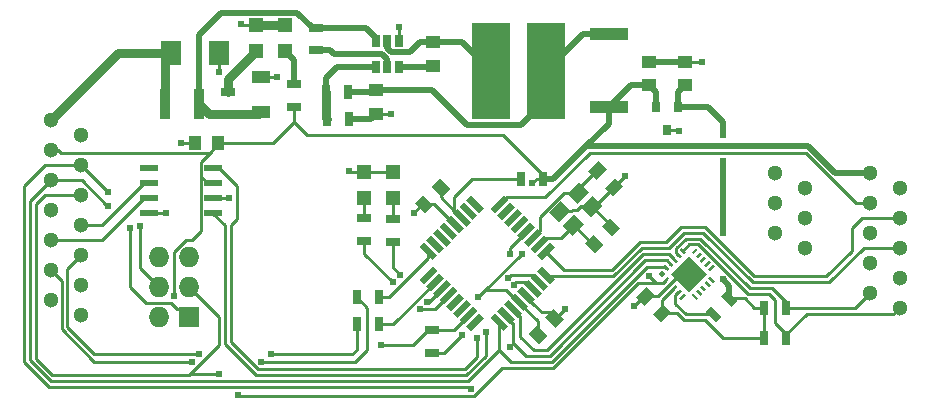
<source format=gbr>
G04 #@! TF.FileFunction,Copper,L1,Top,Signal*
%FSLAX46Y46*%
G04 Gerber Fmt 4.6, Leading zero omitted, Abs format (unit mm)*
G04 Created by KiCad (PCBNEW 4.0.7-e2-6376~58~ubuntu16.04.1) date Fri Jan 19 22:13:33 2018*
%MOMM*%
%LPD*%
G01*
G04 APERTURE LIST*
%ADD10C,0.100000*%
%ADD11C,1.300000*%
%ADD12R,1.727200X1.727200*%
%ADD13O,1.727200X1.727200*%
%ADD14R,1.600000X1.000000*%
%ADD15R,1.000000X1.250000*%
%ADD16R,1.250000X1.000000*%
%ADD17R,1.778000X2.159000*%
%ADD18R,1.200000X1.200000*%
%ADD19R,0.900000X2.500000*%
%ADD20R,3.300000X8.200000*%
%ADD21R,0.700000X1.300000*%
%ADD22R,1.300000X0.700000*%
%ADD23R,3.200000X1.000000*%
%ADD24R,1.550000X0.600000*%
%ADD25R,0.650000X1.060000*%
%ADD26R,0.800000X0.900000*%
%ADD27C,0.609600*%
%ADD28C,0.254000*%
%ADD29C,0.508000*%
%ADD30C,0.762000*%
G04 APERTURE END LIST*
D10*
G36*
X174603602Y-66023719D02*
X173719719Y-66907602D01*
X173012612Y-66200495D01*
X173896495Y-65316612D01*
X174603602Y-66023719D01*
X174603602Y-66023719D01*
G37*
G36*
X173189388Y-64609505D02*
X172305505Y-65493388D01*
X171598398Y-64786281D01*
X172482281Y-63902398D01*
X173189388Y-64609505D01*
X173189388Y-64609505D01*
G37*
D11*
X122047000Y-54864000D03*
X122047000Y-52324000D03*
X122047000Y-49784000D03*
X122047000Y-57404000D03*
X124587000Y-51054000D03*
X124587000Y-53594000D03*
X124587000Y-56134000D03*
X124587000Y-58674000D03*
X122047000Y-59944000D03*
X124587000Y-61214000D03*
X122047000Y-62484000D03*
X124587000Y-63754000D03*
X122047000Y-65024000D03*
X124587000Y-66294000D03*
X191389000Y-59309000D03*
X191389000Y-56769000D03*
X191389000Y-54229000D03*
X191389000Y-61849000D03*
X193929000Y-55499000D03*
X193929000Y-58039000D03*
X193929000Y-60579000D03*
X193929000Y-63119000D03*
X191389000Y-64389000D03*
X193929000Y-65659000D03*
D12*
X133731000Y-66421000D03*
D13*
X131191000Y-66421000D03*
X133731000Y-63881000D03*
X131191000Y-63881000D03*
X133731000Y-61341000D03*
X131191000Y-61341000D03*
D10*
G36*
X163393174Y-68757709D02*
X162509291Y-67873826D01*
X163216398Y-67166719D01*
X164100281Y-68050602D01*
X163393174Y-68757709D01*
X163393174Y-68757709D01*
G37*
G36*
X164807388Y-67343495D02*
X163923505Y-66459612D01*
X164630612Y-65752505D01*
X165514495Y-66636388D01*
X164807388Y-67343495D01*
X164807388Y-67343495D01*
G37*
G36*
X154978612Y-54703505D02*
X155862495Y-55587388D01*
X155155388Y-56294495D01*
X154271505Y-55410612D01*
X154978612Y-54703505D01*
X154978612Y-54703505D01*
G37*
G36*
X153564398Y-56117719D02*
X154448281Y-57001602D01*
X153741174Y-57708709D01*
X152857291Y-56824826D01*
X153564398Y-56117719D01*
X153564398Y-56117719D01*
G37*
D14*
X139827000Y-49101000D03*
X139827000Y-46101000D03*
D15*
X136255000Y-51689000D03*
X134255000Y-51689000D03*
D16*
X154432000Y-45180000D03*
X154432000Y-43180000D03*
X149606000Y-47260000D03*
X149606000Y-49260000D03*
D10*
G36*
X167534398Y-54118281D02*
X168418281Y-53234398D01*
X169125388Y-53941505D01*
X168241505Y-54825388D01*
X167534398Y-54118281D01*
X167534398Y-54118281D01*
G37*
G36*
X168948612Y-55532495D02*
X169832495Y-54648612D01*
X170539602Y-55355719D01*
X169655719Y-56239602D01*
X168948612Y-55532495D01*
X168948612Y-55532495D01*
G37*
G36*
X168164281Y-61065602D02*
X167280398Y-60181719D01*
X167987505Y-59474612D01*
X168871388Y-60358495D01*
X168164281Y-61065602D01*
X168164281Y-61065602D01*
G37*
G36*
X169578495Y-59651388D02*
X168694612Y-58767505D01*
X169401719Y-58060398D01*
X170285602Y-58944281D01*
X169578495Y-59651388D01*
X169578495Y-59651388D01*
G37*
D16*
X172738166Y-46816238D03*
X172738166Y-44816238D03*
X175786166Y-46816238D03*
X175786166Y-44816238D03*
D17*
X136271000Y-44069000D03*
X132207000Y-44069000D03*
D18*
X139446000Y-43899000D03*
X139446000Y-41699000D03*
X141859000Y-43899000D03*
X141859000Y-41699000D03*
X151003000Y-56345000D03*
X151003000Y-54145000D03*
X148590000Y-56345000D03*
X148590000Y-54145000D03*
D19*
X131699000Y-48387000D03*
X134599000Y-48387000D03*
D10*
G36*
X160787121Y-67249066D02*
X160398212Y-67637975D01*
X159266841Y-66506604D01*
X159655750Y-66117695D01*
X160787121Y-67249066D01*
X160787121Y-67249066D01*
G37*
G36*
X161352806Y-66683380D02*
X160963897Y-67072289D01*
X159832526Y-65940918D01*
X160221435Y-65552009D01*
X161352806Y-66683380D01*
X161352806Y-66683380D01*
G37*
G36*
X161918492Y-66117695D02*
X161529583Y-66506604D01*
X160398212Y-65375233D01*
X160787121Y-64986324D01*
X161918492Y-66117695D01*
X161918492Y-66117695D01*
G37*
G36*
X162484177Y-65552010D02*
X162095268Y-65940919D01*
X160963897Y-64809548D01*
X161352806Y-64420639D01*
X162484177Y-65552010D01*
X162484177Y-65552010D01*
G37*
G36*
X163049863Y-64986324D02*
X162660954Y-65375233D01*
X161529583Y-64243862D01*
X161918492Y-63854953D01*
X163049863Y-64986324D01*
X163049863Y-64986324D01*
G37*
G36*
X163615548Y-64420639D02*
X163226639Y-64809548D01*
X162095268Y-63678177D01*
X162484177Y-63289268D01*
X163615548Y-64420639D01*
X163615548Y-64420639D01*
G37*
G36*
X164181233Y-63854953D02*
X163792324Y-64243862D01*
X162660953Y-63112491D01*
X163049862Y-62723582D01*
X164181233Y-63854953D01*
X164181233Y-63854953D01*
G37*
G36*
X164746919Y-63289268D02*
X164358010Y-63678177D01*
X163226639Y-62546806D01*
X163615548Y-62157897D01*
X164746919Y-63289268D01*
X164746919Y-63289268D01*
G37*
G36*
X164358010Y-60107287D02*
X164746919Y-60496196D01*
X163615548Y-61627567D01*
X163226639Y-61238658D01*
X164358010Y-60107287D01*
X164358010Y-60107287D01*
G37*
G36*
X163792324Y-59541602D02*
X164181233Y-59930511D01*
X163049862Y-61061882D01*
X162660953Y-60672973D01*
X163792324Y-59541602D01*
X163792324Y-59541602D01*
G37*
G36*
X163226639Y-58975916D02*
X163615548Y-59364825D01*
X162484177Y-60496196D01*
X162095268Y-60107287D01*
X163226639Y-58975916D01*
X163226639Y-58975916D01*
G37*
G36*
X162660954Y-58410231D02*
X163049863Y-58799140D01*
X161918492Y-59930511D01*
X161529583Y-59541602D01*
X162660954Y-58410231D01*
X162660954Y-58410231D01*
G37*
G36*
X162095268Y-57844545D02*
X162484177Y-58233454D01*
X161352806Y-59364825D01*
X160963897Y-58975916D01*
X162095268Y-57844545D01*
X162095268Y-57844545D01*
G37*
G36*
X161529583Y-57278860D02*
X161918492Y-57667769D01*
X160787121Y-58799140D01*
X160398212Y-58410231D01*
X161529583Y-57278860D01*
X161529583Y-57278860D01*
G37*
G36*
X160963897Y-56713175D02*
X161352806Y-57102084D01*
X160221435Y-58233455D01*
X159832526Y-57844546D01*
X160963897Y-56713175D01*
X160963897Y-56713175D01*
G37*
G36*
X160398212Y-56147489D02*
X160787121Y-56536398D01*
X159655750Y-57667769D01*
X159266841Y-57278860D01*
X160398212Y-56147489D01*
X160398212Y-56147489D01*
G37*
G36*
X158736511Y-57278860D02*
X158347602Y-57667769D01*
X157216231Y-56536398D01*
X157605140Y-56147489D01*
X158736511Y-57278860D01*
X158736511Y-57278860D01*
G37*
G36*
X158170826Y-57844546D02*
X157781917Y-58233455D01*
X156650546Y-57102084D01*
X157039455Y-56713175D01*
X158170826Y-57844546D01*
X158170826Y-57844546D01*
G37*
G36*
X157605140Y-58410231D02*
X157216231Y-58799140D01*
X156084860Y-57667769D01*
X156473769Y-57278860D01*
X157605140Y-58410231D01*
X157605140Y-58410231D01*
G37*
G36*
X157039455Y-58975916D02*
X156650546Y-59364825D01*
X155519175Y-58233454D01*
X155908084Y-57844545D01*
X157039455Y-58975916D01*
X157039455Y-58975916D01*
G37*
G36*
X156473769Y-59541602D02*
X156084860Y-59930511D01*
X154953489Y-58799140D01*
X155342398Y-58410231D01*
X156473769Y-59541602D01*
X156473769Y-59541602D01*
G37*
G36*
X155908084Y-60107287D02*
X155519175Y-60496196D01*
X154387804Y-59364825D01*
X154776713Y-58975916D01*
X155908084Y-60107287D01*
X155908084Y-60107287D01*
G37*
G36*
X155342399Y-60672973D02*
X154953490Y-61061882D01*
X153822119Y-59930511D01*
X154211028Y-59541602D01*
X155342399Y-60672973D01*
X155342399Y-60672973D01*
G37*
G36*
X154776713Y-61238658D02*
X154387804Y-61627567D01*
X153256433Y-60496196D01*
X153645342Y-60107287D01*
X154776713Y-61238658D01*
X154776713Y-61238658D01*
G37*
G36*
X154387804Y-62157897D02*
X154776713Y-62546806D01*
X153645342Y-63678177D01*
X153256433Y-63289268D01*
X154387804Y-62157897D01*
X154387804Y-62157897D01*
G37*
G36*
X154953490Y-62723582D02*
X155342399Y-63112491D01*
X154211028Y-64243862D01*
X153822119Y-63854953D01*
X154953490Y-62723582D01*
X154953490Y-62723582D01*
G37*
G36*
X155519175Y-63289268D02*
X155908084Y-63678177D01*
X154776713Y-64809548D01*
X154387804Y-64420639D01*
X155519175Y-63289268D01*
X155519175Y-63289268D01*
G37*
G36*
X156084860Y-63854953D02*
X156473769Y-64243862D01*
X155342398Y-65375233D01*
X154953489Y-64986324D01*
X156084860Y-63854953D01*
X156084860Y-63854953D01*
G37*
G36*
X156650546Y-64420639D02*
X157039455Y-64809548D01*
X155908084Y-65940919D01*
X155519175Y-65552010D01*
X156650546Y-64420639D01*
X156650546Y-64420639D01*
G37*
G36*
X157216231Y-64986324D02*
X157605140Y-65375233D01*
X156473769Y-66506604D01*
X156084860Y-66117695D01*
X157216231Y-64986324D01*
X157216231Y-64986324D01*
G37*
G36*
X157781917Y-65552009D02*
X158170826Y-65940918D01*
X157039455Y-67072289D01*
X156650546Y-66683380D01*
X157781917Y-65552009D01*
X157781917Y-65552009D01*
G37*
G36*
X158347602Y-66117695D02*
X158736511Y-66506604D01*
X157605140Y-67637975D01*
X157216231Y-67249066D01*
X158347602Y-66117695D01*
X158347602Y-66117695D01*
G37*
D20*
X159321000Y-45593000D03*
X164021000Y-45593000D03*
D21*
X163764000Y-54737000D03*
X161864000Y-54737000D03*
D22*
X144526000Y-41976000D03*
X144526000Y-43876000D03*
D21*
X145415000Y-49657000D03*
X147315000Y-49657000D03*
X145354000Y-47371000D03*
X147254000Y-47371000D03*
D23*
X169291000Y-48693000D03*
X169291000Y-42493000D03*
D22*
X142621000Y-48636000D03*
X142621000Y-46736000D03*
D21*
X147960000Y-64770000D03*
X149860000Y-64770000D03*
X147960000Y-67056000D03*
X149860000Y-67056000D03*
D22*
X154305000Y-69464000D03*
X154305000Y-67564000D03*
X151003000Y-58171000D03*
X151003000Y-60071000D03*
X148590000Y-58105000D03*
X148590000Y-60005000D03*
D10*
G36*
X179275619Y-64153142D02*
X180194858Y-65072381D01*
X179699883Y-65567356D01*
X178780644Y-64648117D01*
X179275619Y-64153142D01*
X179275619Y-64153142D01*
G37*
G36*
X177932117Y-65496644D02*
X178851356Y-66415883D01*
X178356381Y-66910858D01*
X177437142Y-65991619D01*
X177932117Y-65496644D01*
X177932117Y-65496644D01*
G37*
D21*
X182446962Y-68199000D03*
X184346962Y-68199000D03*
X182438000Y-65659000D03*
X184338000Y-65659000D03*
D24*
X135796000Y-57658000D03*
X135796000Y-56388000D03*
X135796000Y-55118000D03*
X135796000Y-53848000D03*
X130396000Y-53848000D03*
X130396000Y-55118000D03*
X130396000Y-56388000D03*
X130396000Y-57658000D03*
D25*
X151511000Y-43053000D03*
X150561000Y-43053000D03*
X149611000Y-43053000D03*
X149611000Y-45253000D03*
X151511000Y-45253000D03*
X150561000Y-45253000D03*
D10*
G36*
X174030096Y-63573729D02*
X173867461Y-63411094D01*
X174256370Y-63022185D01*
X174419005Y-63184820D01*
X174030096Y-63573729D01*
X174030096Y-63573729D01*
G37*
G36*
X174383649Y-63927283D02*
X174221014Y-63764648D01*
X174609923Y-63375739D01*
X174772558Y-63538374D01*
X174383649Y-63927283D01*
X174383649Y-63927283D01*
G37*
G36*
X174737203Y-64280836D02*
X174574568Y-64118201D01*
X174963477Y-63729292D01*
X175126112Y-63891927D01*
X174737203Y-64280836D01*
X174737203Y-64280836D01*
G37*
G36*
X175090756Y-64634390D02*
X174928121Y-64471755D01*
X175317030Y-64082846D01*
X175479665Y-64245481D01*
X175090756Y-64634390D01*
X175090756Y-64634390D01*
G37*
G36*
X175444310Y-64987943D02*
X175281675Y-64825308D01*
X175670584Y-64436399D01*
X175833219Y-64599034D01*
X175444310Y-64987943D01*
X175444310Y-64987943D01*
G37*
G36*
X176695888Y-64987943D02*
X176306979Y-64599034D01*
X176469614Y-64436399D01*
X176858523Y-64825308D01*
X176695888Y-64987943D01*
X176695888Y-64987943D01*
G37*
G36*
X177049442Y-64634390D02*
X176660533Y-64245481D01*
X176823168Y-64082846D01*
X177212077Y-64471755D01*
X177049442Y-64634390D01*
X177049442Y-64634390D01*
G37*
G36*
X177402995Y-64280836D02*
X177014086Y-63891927D01*
X177176721Y-63729292D01*
X177565630Y-64118201D01*
X177402995Y-64280836D01*
X177402995Y-64280836D01*
G37*
G36*
X177756549Y-63927283D02*
X177367640Y-63538374D01*
X177530275Y-63375739D01*
X177919184Y-63764648D01*
X177756549Y-63927283D01*
X177756549Y-63927283D01*
G37*
G36*
X178110102Y-63573729D02*
X177721193Y-63184820D01*
X177883828Y-63022185D01*
X178272737Y-63411094D01*
X178110102Y-63573729D01*
X178110102Y-63573729D01*
G37*
G36*
X177883828Y-62548425D02*
X177721193Y-62385790D01*
X178110102Y-61996881D01*
X178272737Y-62159516D01*
X177883828Y-62548425D01*
X177883828Y-62548425D01*
G37*
G36*
X177530275Y-62194871D02*
X177367640Y-62032236D01*
X177756549Y-61643327D01*
X177919184Y-61805962D01*
X177530275Y-62194871D01*
X177530275Y-62194871D01*
G37*
G36*
X177176721Y-61841318D02*
X177014086Y-61678683D01*
X177402995Y-61289774D01*
X177565630Y-61452409D01*
X177176721Y-61841318D01*
X177176721Y-61841318D01*
G37*
G36*
X176823168Y-61487764D02*
X176660533Y-61325129D01*
X177049442Y-60936220D01*
X177212077Y-61098855D01*
X176823168Y-61487764D01*
X176823168Y-61487764D01*
G37*
G36*
X176469614Y-61134211D02*
X176306979Y-60971576D01*
X176695888Y-60582667D01*
X176858523Y-60745302D01*
X176469614Y-61134211D01*
X176469614Y-61134211D01*
G37*
G36*
X175670584Y-61134211D02*
X175281675Y-60745302D01*
X175444310Y-60582667D01*
X175833219Y-60971576D01*
X175670584Y-61134211D01*
X175670584Y-61134211D01*
G37*
G36*
X175317030Y-61487764D02*
X174928121Y-61098855D01*
X175090756Y-60936220D01*
X175479665Y-61325129D01*
X175317030Y-61487764D01*
X175317030Y-61487764D01*
G37*
G36*
X174963477Y-61841318D02*
X174574568Y-61452409D01*
X174737203Y-61289774D01*
X175126112Y-61678683D01*
X174963477Y-61841318D01*
X174963477Y-61841318D01*
G37*
G36*
X174609923Y-62194871D02*
X174221014Y-61805962D01*
X174383649Y-61643327D01*
X174772558Y-62032236D01*
X174609923Y-62194871D01*
X174609923Y-62194871D01*
G37*
G36*
X174256370Y-62548425D02*
X173867461Y-62159516D01*
X174030096Y-61996881D01*
X174419005Y-62385790D01*
X174256370Y-62548425D01*
X174256370Y-62548425D01*
G37*
G36*
X176070099Y-64305585D02*
X174549819Y-62785305D01*
X176070099Y-61265025D01*
X177590379Y-62785305D01*
X176070099Y-64305585D01*
X176070099Y-64305585D01*
G37*
G36*
X173803822Y-63092896D02*
X173496231Y-62785305D01*
X173803822Y-62477714D01*
X174111413Y-62785305D01*
X173803822Y-63092896D01*
X173803822Y-63092896D01*
G37*
G36*
X166807757Y-55039380D02*
X167656285Y-55887908D01*
X166666335Y-56877858D01*
X165817807Y-56029330D01*
X166807757Y-55039380D01*
X166807757Y-55039380D01*
G37*
G36*
X165252122Y-56595015D02*
X166100650Y-57443543D01*
X165110700Y-58433493D01*
X164262172Y-57584965D01*
X165252122Y-56595015D01*
X165252122Y-56595015D01*
G37*
G36*
X166383493Y-57726386D02*
X167232021Y-58574914D01*
X166242071Y-59564864D01*
X165393543Y-58716336D01*
X166383493Y-57726386D01*
X166383493Y-57726386D01*
G37*
G36*
X167939128Y-56170751D02*
X168787656Y-57019279D01*
X167797706Y-58009229D01*
X166949178Y-57160701D01*
X167939128Y-56170751D01*
X167939128Y-56170751D01*
G37*
D22*
X137033000Y-49271000D03*
X137033000Y-47371000D03*
D26*
X175194000Y-48657000D03*
X173294000Y-48657000D03*
X174244000Y-50657000D03*
D11*
X183388000Y-59309000D03*
X183388000Y-56769000D03*
X183388000Y-54229000D03*
X185928000Y-55499000D03*
X185928000Y-58039000D03*
X185928000Y-60579000D03*
D27*
X132461000Y-64643000D03*
X162814000Y-55118000D03*
X161925000Y-61087000D03*
X158242000Y-64770000D03*
X156845000Y-67945000D03*
X131826000Y-57658000D03*
X133096000Y-51689000D03*
X137160000Y-56388000D03*
X147320000Y-54102000D03*
X175260000Y-50673000D03*
X177165000Y-44831000D03*
X151511000Y-41910000D03*
X150876000Y-49276000D03*
X152781000Y-57658000D03*
X165608000Y-65786000D03*
X170688000Y-54483000D03*
X171450000Y-65532000D03*
X141224000Y-46101000D03*
X138176000Y-41656000D03*
X136271000Y-45720000D03*
X178943000Y-51054000D03*
X178943000Y-53213000D03*
X178943000Y-59309000D03*
X178943000Y-63246000D03*
X128778000Y-58928000D03*
X126873000Y-57023000D03*
X129603500Y-58737500D03*
X126873000Y-55880000D03*
X157607000Y-72517000D03*
X160909000Y-68961000D03*
X161290000Y-63754000D03*
X158877000Y-67691000D03*
X160782000Y-63119000D03*
X158115000Y-68199000D03*
X160909000Y-61087000D03*
X172720000Y-62992000D03*
X136271000Y-71247000D03*
X137922000Y-73025000D03*
X153924000Y-65151000D03*
X151638000Y-62865000D03*
X153289000Y-65786000D03*
X151003000Y-63500000D03*
X149987000Y-68834000D03*
X134620000Y-69596000D03*
X140716000Y-69596000D03*
X133985000Y-70231000D03*
X139827000Y-70231000D03*
D28*
X160381000Y-51054000D02*
X143764000Y-51054000D01*
X143764000Y-51054000D02*
X142621000Y-49911000D01*
X163764000Y-54737000D02*
X163764000Y-54437000D01*
X163764000Y-54437000D02*
X160381000Y-51054000D01*
X133477000Y-59944000D02*
X132461000Y-60960000D01*
X132461000Y-60960000D02*
X132461000Y-64643000D01*
X133985000Y-59944000D02*
X133477000Y-59944000D01*
X134741599Y-59187401D02*
X133985000Y-59944000D01*
X134741599Y-54538599D02*
X134741599Y-59187401D01*
X136255000Y-51689000D02*
X140843000Y-51689000D01*
X140843000Y-51689000D02*
X142621000Y-49911000D01*
X142621000Y-49911000D02*
X142621000Y-49240000D01*
X142621000Y-49240000D02*
X142621000Y-48636000D01*
X135618000Y-52451000D02*
X135475599Y-52593401D01*
X135475599Y-52593401D02*
X122920599Y-52593401D01*
X122920599Y-52593401D02*
X122651198Y-52324000D01*
X122651198Y-52324000D02*
X122047000Y-52324000D01*
X135618000Y-52451000D02*
X134741599Y-53327401D01*
X136255000Y-51814000D02*
X135618000Y-52451000D01*
X136255000Y-51689000D02*
X136255000Y-51814000D01*
X134741599Y-53327401D02*
X134741599Y-54538599D01*
X163195000Y-54737000D02*
X163764000Y-54737000D01*
X162814000Y-55118000D02*
X163195000Y-54737000D01*
X158750000Y-64262000D02*
X158877000Y-64135000D01*
X158242000Y-64770000D02*
X158750000Y-64262000D01*
X158750000Y-64262000D02*
X161925000Y-61087000D01*
X158877000Y-64135000D02*
X160622897Y-64135000D01*
X160622897Y-64135000D02*
X161726361Y-65238464D01*
X154305000Y-69464000D02*
X155326000Y-69464000D01*
X155326000Y-69464000D02*
X156845000Y-67945000D01*
D29*
X164622000Y-54737000D02*
X167386000Y-51973000D01*
X167386000Y-51973000D02*
X169291000Y-50068000D01*
X188468000Y-54229000D02*
X186212000Y-51973000D01*
X186212000Y-51973000D02*
X167386000Y-51973000D01*
X191389000Y-54229000D02*
X188468000Y-54229000D01*
X163764000Y-54737000D02*
X164622000Y-54737000D01*
X169291000Y-50068000D02*
X169291000Y-49701000D01*
X169291000Y-49701000D02*
X169291000Y-48693000D01*
D28*
X135796000Y-55118000D02*
X135321000Y-55118000D01*
X135321000Y-55118000D02*
X134741599Y-54538599D01*
X163304786Y-67962214D02*
X163304786Y-66816889D01*
X163304786Y-66816889D02*
X161726361Y-65238464D01*
D29*
X173294000Y-48657000D02*
X173294000Y-47372072D01*
X173294000Y-47372072D02*
X172738166Y-46816238D01*
X172738166Y-46816238D02*
X171167762Y-46816238D01*
X171167762Y-46816238D02*
X169291000Y-48693000D01*
D28*
X130396000Y-57658000D02*
X131826000Y-57658000D01*
X134255000Y-51689000D02*
X133096000Y-51689000D01*
X135796000Y-56388000D02*
X137160000Y-56388000D01*
X148590000Y-54145000D02*
X147363000Y-54145000D01*
X147363000Y-54145000D02*
X147320000Y-54102000D01*
X174244000Y-50657000D02*
X175244000Y-50657000D01*
X175244000Y-50657000D02*
X175260000Y-50673000D01*
X175786166Y-44816238D02*
X177150238Y-44816238D01*
X177150238Y-44816238D02*
X177165000Y-44831000D01*
X151511000Y-43053000D02*
X151511000Y-41910000D01*
X149606000Y-49260000D02*
X150860000Y-49260000D01*
X150860000Y-49260000D02*
X150876000Y-49276000D01*
X153652786Y-56913214D02*
X153525786Y-56913214D01*
X153525786Y-56913214D02*
X152781000Y-57658000D01*
X164719000Y-66548000D02*
X164846000Y-66548000D01*
X164846000Y-66548000D02*
X165608000Y-65786000D01*
X169744107Y-55444107D02*
X169744107Y-55426893D01*
X169744107Y-55426893D02*
X170688000Y-54483000D01*
X172393893Y-64697893D02*
X172284107Y-64697893D01*
X172284107Y-64697893D02*
X171450000Y-65532000D01*
X139827000Y-46101000D02*
X141224000Y-46101000D01*
X139446000Y-41699000D02*
X138219000Y-41699000D01*
X138219000Y-41699000D02*
X138176000Y-41656000D01*
X136271000Y-44069000D02*
X136271000Y-45720000D01*
X174496786Y-63651511D02*
X175362992Y-62785305D01*
X175362992Y-62785305D02*
X176070099Y-62785305D01*
X172393893Y-64697893D02*
X173450404Y-64697893D01*
X173450404Y-64697893D02*
X174496786Y-63651511D01*
X164719000Y-66548000D02*
X164206349Y-66035349D01*
X164206349Y-66035349D02*
X163654618Y-66035349D01*
X163654618Y-66035349D02*
X162928442Y-65309173D01*
X162928442Y-65309173D02*
X162292047Y-64672778D01*
X167868417Y-57089990D02*
X166919889Y-57089990D01*
X166919889Y-57089990D02*
X166605879Y-57404000D01*
X166605879Y-57404000D02*
X166243000Y-57404000D01*
X166243000Y-57404000D02*
X166132746Y-57514254D01*
X166132746Y-57514254D02*
X165181411Y-57514254D01*
X169744107Y-55444107D02*
X168098224Y-57089990D01*
X168098224Y-57089990D02*
X167868417Y-57089990D01*
X169490107Y-58855893D02*
X169490107Y-58711680D01*
X169490107Y-58711680D02*
X167868417Y-57089990D01*
X156281639Y-58662370D02*
X154532483Y-56913214D01*
X154532483Y-56913214D02*
X153652786Y-56913214D01*
X151003000Y-54145000D02*
X148590000Y-54145000D01*
D29*
X172738166Y-44816238D02*
X175786166Y-44816238D01*
X147315000Y-49657000D02*
X149209000Y-49657000D01*
X149209000Y-49657000D02*
X149606000Y-49260000D01*
D30*
X139446000Y-41699000D02*
X141859000Y-41699000D01*
D28*
X156845000Y-58039000D02*
X156789639Y-58039000D01*
X156789639Y-58039000D02*
X156210929Y-57460290D01*
X161864000Y-54737000D02*
X157734000Y-54737000D01*
X157734000Y-54737000D02*
X156210929Y-56260071D01*
X155067000Y-56316361D02*
X155067000Y-55499000D01*
X156210929Y-56260071D02*
X156210929Y-57460290D01*
X156210929Y-57460290D02*
X155067000Y-56316361D01*
D29*
X134620000Y-42545000D02*
X136472401Y-40692599D01*
X136472401Y-40692599D02*
X142942599Y-40692599D01*
X142942599Y-40692599D02*
X144226000Y-41976000D01*
X144226000Y-41976000D02*
X144526000Y-41976000D01*
X134620000Y-46608000D02*
X134620000Y-42545000D01*
X134599000Y-48387000D02*
X134599000Y-46629000D01*
X134599000Y-46629000D02*
X134620000Y-46608000D01*
X144526000Y-41976000D02*
X148739000Y-41976000D01*
X148739000Y-41976000D02*
X149611000Y-42848000D01*
X149611000Y-42848000D02*
X149611000Y-43053000D01*
D30*
X137033000Y-49271000D02*
X139657000Y-49271000D01*
X139657000Y-49271000D02*
X139827000Y-49101000D01*
X137033000Y-49271000D02*
X135483000Y-49271000D01*
X135483000Y-49271000D02*
X134599000Y-48387000D01*
D29*
X151511000Y-45253000D02*
X154359000Y-45253000D01*
X154359000Y-45253000D02*
X154432000Y-45180000D01*
X154432000Y-43180000D02*
X156908000Y-43180000D01*
X156908000Y-43180000D02*
X159321000Y-45593000D01*
X150561000Y-43689522D02*
X150561000Y-43053000D01*
X153299000Y-43180000D02*
X152489599Y-43989401D01*
X154432000Y-43180000D02*
X153299000Y-43180000D01*
X152489599Y-43989401D02*
X150860879Y-43989401D01*
X150860879Y-43989401D02*
X150561000Y-43689522D01*
X169291000Y-42493000D02*
X167121000Y-42493000D01*
X167121000Y-42493000D02*
X164021000Y-45593000D01*
X154305000Y-47244000D02*
X157262000Y-50201000D01*
X157262000Y-50201000D02*
X161863000Y-50201000D01*
X161863000Y-50201000D02*
X164021000Y-48043000D01*
X164021000Y-48043000D02*
X164021000Y-45593000D01*
X149747000Y-47244000D02*
X154305000Y-47244000D01*
X149606000Y-47260000D02*
X149731000Y-47260000D01*
X149731000Y-47260000D02*
X149747000Y-47244000D01*
X147254000Y-47371000D02*
X149495000Y-47371000D01*
X149495000Y-47371000D02*
X149606000Y-47260000D01*
D28*
X166737046Y-55958619D02*
X165493370Y-55958619D01*
X165493370Y-55958619D02*
X163494127Y-57957862D01*
X163494127Y-59157346D02*
X162857732Y-59793741D01*
X163494127Y-57957862D02*
X163494127Y-59157346D01*
X168329893Y-54029893D02*
X166737046Y-55622740D01*
X166737046Y-55622740D02*
X166737046Y-55958619D01*
X163423417Y-60359427D02*
X164059812Y-59723032D01*
X164059812Y-59723032D02*
X165235375Y-59723032D01*
X165235375Y-59723032D02*
X165747097Y-59211310D01*
X165747097Y-59211310D02*
X166312782Y-58645625D01*
X168075893Y-60270107D02*
X167937264Y-60270107D01*
X167937264Y-60270107D02*
X166312782Y-58645625D01*
X175641000Y-66675000D02*
X175078107Y-66112107D01*
X175078107Y-66112107D02*
X173808107Y-66112107D01*
X177419000Y-66675000D02*
X175641000Y-66675000D01*
X178943000Y-68199000D02*
X177419000Y-66675000D01*
X182446962Y-68199000D02*
X178943000Y-68199000D01*
D29*
X178943000Y-49911000D02*
X177689000Y-48657000D01*
X177689000Y-48657000D02*
X175194000Y-48657000D01*
X178943000Y-51054000D02*
X178943000Y-49911000D01*
X178943000Y-58877948D02*
X178943000Y-53213000D01*
X178943000Y-59309000D02*
X178943000Y-58877948D01*
X179487751Y-64860249D02*
X179487751Y-63790751D01*
X179487751Y-63790751D02*
X178943000Y-63246000D01*
D28*
X179487751Y-64860249D02*
X180811249Y-64860249D01*
X180811249Y-64860249D02*
X181610000Y-65659000D01*
X181610000Y-65659000D02*
X182438000Y-65659000D01*
X182438000Y-65659000D02*
X182438000Y-68190038D01*
X182438000Y-68190038D02*
X182446962Y-68199000D01*
X173808107Y-66112107D02*
X173808107Y-65047297D01*
X173808107Y-65047297D02*
X174850340Y-64005064D01*
X182438000Y-68063038D02*
X182446962Y-68072000D01*
D29*
X175194000Y-48657000D02*
X175194000Y-47408404D01*
X175194000Y-47408404D02*
X175786166Y-46816238D01*
D30*
X131699000Y-48387000D02*
X131699000Y-44577000D01*
X131699000Y-44577000D02*
X132207000Y-44069000D01*
X122047000Y-49784000D02*
X127762000Y-44069000D01*
X127762000Y-44069000D02*
X132207000Y-44069000D01*
X137033000Y-47371000D02*
X137033000Y-46312000D01*
X137033000Y-46312000D02*
X139446000Y-43899000D01*
D29*
X142621000Y-46736000D02*
X142621000Y-44661000D01*
X142621000Y-44661000D02*
X141859000Y-43899000D01*
D28*
X151003000Y-56345000D02*
X151003000Y-58171000D01*
X148590000Y-56345000D02*
X148590000Y-58105000D01*
X132778500Y-65786000D02*
X133096000Y-65786000D01*
X133096000Y-65786000D02*
X133731000Y-66421000D01*
X132270499Y-65277999D02*
X132778500Y-65786000D01*
X128778000Y-63944500D02*
X130111499Y-65277999D01*
X130111499Y-65277999D02*
X132270499Y-65277999D01*
X128778000Y-58928000D02*
X128778000Y-63944500D01*
X133223000Y-66421000D02*
X133731000Y-66421000D01*
X122047000Y-54864000D02*
X124692514Y-54864000D01*
X126851514Y-57023000D02*
X126873000Y-57023000D01*
X124692514Y-54864000D02*
X126851514Y-57023000D01*
X157353000Y-71882000D02*
X122047000Y-71882000D01*
X120269000Y-56642000D02*
X122047000Y-54864000D01*
X120269000Y-70104000D02*
X120269000Y-56642000D01*
X122047000Y-71882000D02*
X120269000Y-70104000D01*
X160029305Y-69205695D02*
X157353000Y-71882000D01*
X164465000Y-70231000D02*
X172497696Y-62198304D01*
X172497696Y-62198304D02*
X174068884Y-62198304D01*
X174068884Y-62198304D02*
X174143233Y-62272653D01*
X161036000Y-70231000D02*
X164465000Y-70231000D01*
X160029305Y-69224305D02*
X161036000Y-70231000D01*
X160029305Y-69205695D02*
X160029305Y-69224305D01*
X160029305Y-66935520D02*
X160029305Y-69205695D01*
X129603500Y-58737500D02*
X129603500Y-62293500D01*
X129603500Y-62293500D02*
X131191000Y-63881000D01*
X124587000Y-53594000D02*
X126873000Y-55880000D01*
X121539000Y-53594000D02*
X124587000Y-53594000D01*
X119761000Y-70231000D02*
X119761000Y-55372000D01*
X157353000Y-72390000D02*
X121920000Y-72390000D01*
X121920000Y-72390000D02*
X119761000Y-70231000D01*
X157480000Y-72517000D02*
X157353000Y-72390000D01*
X119761000Y-55372000D02*
X121539000Y-53594000D01*
X157607000Y-72517000D02*
X157480000Y-72517000D01*
X161231385Y-68638615D02*
X160909000Y-68961000D01*
X164338000Y-69723000D02*
X172407065Y-61653935D01*
X172407065Y-61653935D02*
X174231622Y-61653935D01*
X174231622Y-61653935D02*
X174496786Y-61919099D01*
X162306000Y-69723000D02*
X164338000Y-69723000D01*
X161231385Y-68648385D02*
X162306000Y-69723000D01*
X161231385Y-68638615D02*
X161231385Y-68648385D01*
X160594990Y-66369834D02*
X161231385Y-67006229D01*
X161231385Y-67006229D02*
X161231385Y-68638615D01*
X161290000Y-63627000D02*
X161290000Y-63754000D01*
X161573302Y-63470698D02*
X161446302Y-63470698D01*
X161446302Y-63470698D02*
X161290000Y-63627000D01*
X158877000Y-67691000D02*
X158877000Y-69723000D01*
X158877000Y-69723000D02*
X157226000Y-71374000D01*
X136779000Y-58674000D02*
X135796000Y-57691000D01*
X157226000Y-71374000D02*
X139446000Y-71374000D01*
X139446000Y-71374000D02*
X136779000Y-68707000D01*
X136779000Y-68707000D02*
X136779000Y-58674000D01*
X135796000Y-57691000D02*
X135796000Y-57658000D01*
X162857732Y-64107093D02*
X162221337Y-63470698D01*
X162221337Y-63470698D02*
X161573302Y-63470698D01*
X137795000Y-55372000D02*
X137795000Y-58166000D01*
X137795000Y-58166000D02*
X137287000Y-58674000D01*
X136271000Y-53848000D02*
X137795000Y-55372000D01*
X137287000Y-58674000D02*
X137287000Y-68580000D01*
X161122988Y-62905012D02*
X160995988Y-62905012D01*
X160995988Y-62905012D02*
X160782000Y-63119000D01*
X158115000Y-68199000D02*
X158115000Y-69850000D01*
X158115000Y-69850000D02*
X157099000Y-70866000D01*
X157099000Y-70866000D02*
X139573000Y-70866000D01*
X139573000Y-70866000D02*
X137287000Y-68580000D01*
X136271000Y-53848000D02*
X135796000Y-53848000D01*
X163423417Y-63541407D02*
X162787022Y-62905012D01*
X162787022Y-62905012D02*
X161122988Y-62905012D01*
X163989103Y-62975722D02*
X169688278Y-62975722D01*
X169688278Y-62975722D02*
X172085000Y-60579000D01*
X172085000Y-60579000D02*
X174371000Y-60579000D01*
X174371000Y-60579000D02*
X175641000Y-59309000D01*
X175641000Y-59309000D02*
X177292000Y-59309000D01*
X177292000Y-59309000D02*
X181483000Y-63500000D01*
X181483000Y-63500000D02*
X187960000Y-63500000D01*
X190881000Y-60579000D02*
X193929000Y-60579000D01*
X187960000Y-63500000D02*
X190881000Y-60579000D01*
X193294000Y-60579000D02*
X193929000Y-60579000D01*
X163989103Y-60925112D02*
X165547991Y-62484000D01*
X174117000Y-60071000D02*
X175387000Y-58801000D01*
X165547991Y-62484000D02*
X169545000Y-62484000D01*
X169545000Y-62484000D02*
X171958000Y-60071000D01*
X175387000Y-58801000D02*
X177419000Y-58801000D01*
X171958000Y-60071000D02*
X174117000Y-60071000D01*
X177419000Y-58801000D02*
X181610000Y-62992000D01*
X189865000Y-58928000D02*
X190754000Y-58039000D01*
X181610000Y-62992000D02*
X187706000Y-62992000D01*
X187706000Y-62992000D02*
X189865000Y-60833000D01*
X189865000Y-60833000D02*
X189865000Y-58928000D01*
X190754000Y-58039000D02*
X193929000Y-58039000D01*
X160909000Y-61087000D02*
X160909000Y-60611103D01*
X160909000Y-60611103D02*
X162292047Y-59228056D01*
X173609000Y-63563121D02*
X171767879Y-63563121D01*
X173878069Y-63563121D02*
X173609000Y-63563121D01*
X173609000Y-63563121D02*
X173291121Y-63563121D01*
X173291121Y-63563121D02*
X172720000Y-62992000D01*
X164592000Y-70739000D02*
X160401000Y-70739000D01*
X157861000Y-73152000D02*
X138049000Y-73152000D01*
X160401000Y-70739000D02*
X160274000Y-70739000D01*
X160274000Y-70739000D02*
X157861000Y-73152000D01*
X168402000Y-66929000D02*
X164592000Y-70739000D01*
X136271000Y-71247000D02*
X133858000Y-71247000D01*
X133858000Y-71247000D02*
X133731000Y-71374000D01*
X138049000Y-73152000D02*
X137922000Y-73025000D01*
X171767879Y-63563121D02*
X168402000Y-66929000D01*
X174143233Y-63297957D02*
X173878069Y-63563121D01*
X133731000Y-71374000D02*
X122174000Y-71374000D01*
X136271000Y-68834000D02*
X133731000Y-71374000D01*
X122174000Y-71374000D02*
X120777000Y-69977000D01*
X120777000Y-56896000D02*
X121539000Y-56134000D01*
X121539000Y-56134000D02*
X124587000Y-56134000D01*
X120777000Y-69977000D02*
X120777000Y-56896000D01*
X136271000Y-66421000D02*
X136271000Y-68834000D01*
X133731000Y-63881000D02*
X136271000Y-66421000D01*
X185968401Y-52537599D02*
X190199802Y-56769000D01*
X190199802Y-56769000D02*
X191389000Y-56769000D01*
X163889081Y-56328919D02*
X167680401Y-52537599D01*
X167680401Y-52537599D02*
X185968401Y-52537599D01*
X160029305Y-56965314D02*
X160665700Y-56328919D01*
X160665700Y-56328919D02*
X163889081Y-56328919D01*
X149860000Y-64770000D02*
X150685500Y-64770000D01*
X154018897Y-61436603D02*
X154018897Y-60925112D01*
X150685500Y-64770000D02*
X154018897Y-61436603D01*
X149860000Y-67056000D02*
X151069990Y-67056000D01*
X151069990Y-67056000D02*
X154584583Y-63541407D01*
X153924000Y-65151000D02*
X154106361Y-65151000D01*
X154106361Y-65151000D02*
X155150268Y-64107093D01*
X151003000Y-60675000D02*
X151003000Y-62230000D01*
X151003000Y-62230000D02*
X151638000Y-62865000D01*
X151003000Y-60071000D02*
X151003000Y-60675000D01*
X153289000Y-65786000D02*
X154602731Y-65786000D01*
X154602731Y-65786000D02*
X155715953Y-64672778D01*
X148590000Y-60609000D02*
X148590000Y-61087000D01*
X148590000Y-61087000D02*
X151003000Y-63500000D01*
X148590000Y-60005000D02*
X148590000Y-60609000D01*
X154305000Y-67564000D02*
X154005000Y-67564000D01*
X154005000Y-67564000D02*
X152735000Y-68834000D01*
X152735000Y-68834000D02*
X149987000Y-68834000D01*
X154305000Y-67564000D02*
X156218844Y-67564000D01*
X156218844Y-67564000D02*
X157413010Y-66369834D01*
X184338000Y-65659000D02*
X190119000Y-65659000D01*
X190119000Y-65659000D02*
X191389000Y-64389000D01*
X175203893Y-61211992D02*
X174991587Y-60999686D01*
X174991587Y-60999686D02*
X174991587Y-60640243D01*
X174991587Y-60640243D02*
X175814830Y-59817000D01*
X175814830Y-59817000D02*
X177038000Y-59817000D01*
X177038000Y-59817000D02*
X181229000Y-64008000D01*
X181229000Y-64008000D02*
X183134000Y-64008000D01*
X184338000Y-65212000D02*
X184338000Y-65659000D01*
X183134000Y-64008000D02*
X184338000Y-65212000D01*
X191262000Y-64516000D02*
X191389000Y-64389000D01*
X184346962Y-67899000D02*
X186078962Y-66167000D01*
X186078962Y-66167000D02*
X193421000Y-66167000D01*
X193548000Y-66040000D02*
X193929000Y-65659000D01*
X193421000Y-66167000D02*
X193548000Y-66040000D01*
X175557447Y-60858439D02*
X176112629Y-60303257D01*
X176112629Y-60303257D02*
X176889257Y-60303257D01*
X183388000Y-65024000D02*
X183388000Y-66940038D01*
X183388000Y-66940038D02*
X184346962Y-67899000D01*
X176889257Y-60303257D02*
X181102000Y-64516000D01*
X181102000Y-64516000D02*
X182880000Y-64516000D01*
X182880000Y-64516000D02*
X183388000Y-65024000D01*
X184346962Y-67899000D02*
X184346962Y-68199000D01*
X126365000Y-59944000D02*
X122047000Y-59944000D01*
X130396000Y-56388000D02*
X129921000Y-56388000D01*
X129921000Y-56388000D02*
X126365000Y-59944000D01*
X129921000Y-55118000D02*
X126365000Y-58674000D01*
X126365000Y-58674000D02*
X124587000Y-58674000D01*
X130396000Y-55118000D02*
X129921000Y-55118000D01*
X123444000Y-67310000D02*
X123444000Y-62357000D01*
X123444000Y-62357000D02*
X124587000Y-61214000D01*
X125730000Y-69596000D02*
X123444000Y-67310000D01*
X134620000Y-69596000D02*
X125730000Y-69596000D01*
X147960000Y-69210000D02*
X147574000Y-69596000D01*
X147574000Y-69596000D02*
X140716000Y-69596000D01*
X147960000Y-67056000D02*
X147960000Y-69210000D01*
X147960000Y-64770000D02*
X147960000Y-64775000D01*
X147960000Y-64775000D02*
X148844000Y-65659000D01*
X148844000Y-65659000D02*
X148844000Y-69215000D01*
X148844000Y-69215000D02*
X147828000Y-70231000D01*
X147828000Y-70231000D02*
X139827000Y-70231000D01*
X122047000Y-62484000D02*
X122976401Y-63413401D01*
X122976401Y-63413401D02*
X122976401Y-67477401D01*
X122976401Y-67477401D02*
X125730000Y-70231000D01*
X125730000Y-70231000D02*
X133985000Y-70231000D01*
D29*
X150133516Y-44196000D02*
X146004000Y-44196000D01*
X150561000Y-45253000D02*
X150561000Y-44623484D01*
X145684000Y-43876000D02*
X144526000Y-43876000D01*
X146004000Y-44196000D02*
X145684000Y-43876000D01*
X150561000Y-44623484D02*
X150133516Y-44196000D01*
X145354000Y-47371000D02*
X145354000Y-46213000D01*
X145354000Y-46213000D02*
X146314000Y-45253000D01*
X146314000Y-45253000D02*
X148778000Y-45253000D01*
X148778000Y-45253000D02*
X149611000Y-45253000D01*
D30*
X145354000Y-47371000D02*
X145354000Y-49596000D01*
X145354000Y-49596000D02*
X145415000Y-49657000D01*
D28*
X175804751Y-66203751D02*
X174938729Y-65337729D01*
X174938729Y-65337729D02*
X174938729Y-64623782D01*
X174938729Y-64623782D02*
X175203893Y-64358618D01*
X178144249Y-66203751D02*
X175804751Y-66203751D01*
X172212000Y-61150500D02*
X164084000Y-69278500D01*
X162941000Y-69278500D02*
X164084000Y-69278500D01*
X161797071Y-68134571D02*
X162941000Y-69278500D01*
X161797071Y-66440544D02*
X161797071Y-68134571D01*
X174850340Y-61565546D02*
X174435294Y-61150500D01*
X174435294Y-61150500D02*
X172212000Y-61150500D01*
X161797071Y-66440544D02*
X161160676Y-65804149D01*
M02*

</source>
